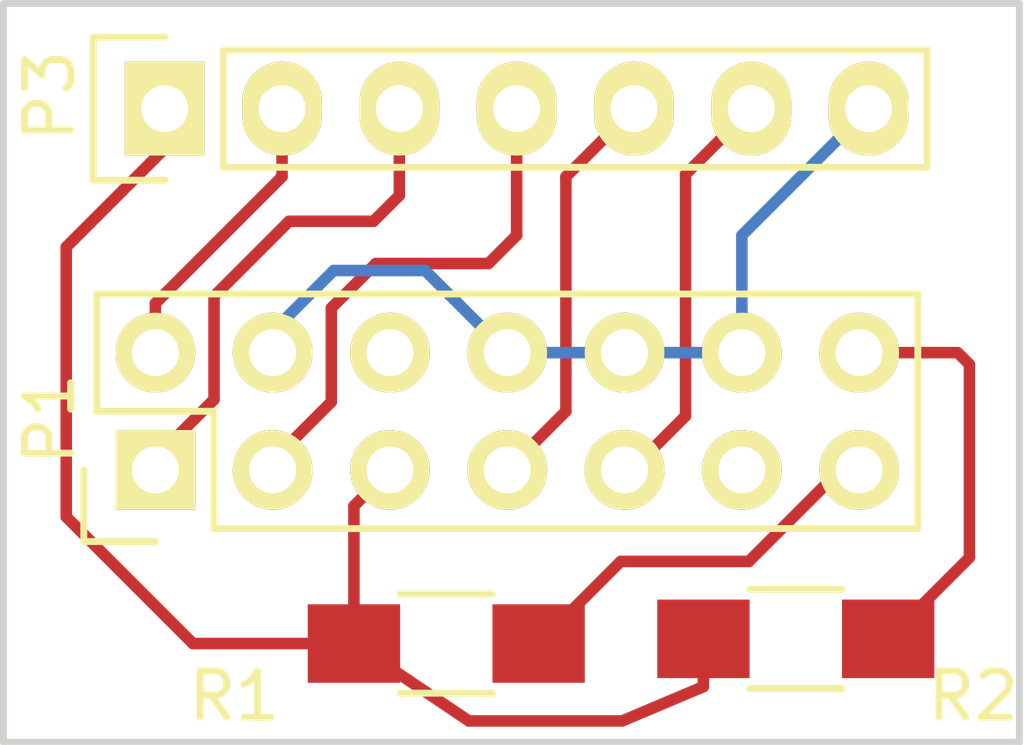
<source format=kicad_pcb>
(kicad_pcb (version 4) (host pcbnew 4.0.6)

  (general
    (links 14)
    (no_connects 0)
    (area 104.924999 47.696707 155.85 95.121801)
    (thickness 1.6)
    (drawings 4)
    (tracks 51)
    (zones 0)
    (modules 4)
    (nets 10)
  )

  (page A4)
  (layers
    (0 F.Cu signal)
    (31 B.Cu signal)
    (32 B.Adhes user)
    (33 F.Adhes user)
    (34 B.Paste user)
    (35 F.Paste user)
    (36 B.SilkS user)
    (37 F.SilkS user)
    (38 B.Mask user)
    (39 F.Mask user)
    (40 Dwgs.User user)
    (41 Cmts.User user)
    (42 Eco1.User user)
    (43 Eco2.User user)
    (44 Edge.Cuts user)
    (45 Margin user)
    (46 B.CrtYd user)
    (47 F.CrtYd user)
    (48 B.Fab user)
    (49 F.Fab user)
  )

  (setup
    (last_trace_width 0.25)
    (trace_clearance 0.2)
    (zone_clearance 0.508)
    (zone_45_only no)
    (trace_min 0.1524)
    (segment_width 0.2)
    (edge_width 0.15)
    (via_size 0.6)
    (via_drill 0.4)
    (via_min_size 0.1524)
    (via_min_drill 0.3)
    (uvia_size 0.3)
    (uvia_drill 0.1)
    (uvias_allowed no)
    (uvia_min_size 0.1524)
    (uvia_min_drill 0.1)
    (pcb_text_width 0.3)
    (pcb_text_size 1.5 1.5)
    (mod_edge_width 0.15)
    (mod_text_size 1 1)
    (mod_text_width 0.15)
    (pad_size 1.524 1.524)
    (pad_drill 0.762)
    (pad_to_mask_clearance 0.2)
    (aux_axis_origin 0 0)
    (visible_elements 7FFFFFFF)
    (pcbplotparams
      (layerselection 0x010f0_80000001)
      (usegerberextensions false)
      (excludeedgelayer true)
      (linewidth 0.100000)
      (plotframeref false)
      (viasonmask false)
      (mode 1)
      (useauxorigin false)
      (hpglpennumber 1)
      (hpglpenspeed 20)
      (hpglpendiameter 15)
      (hpglpenoverlay 2)
      (psnegative false)
      (psa4output false)
      (plotreference true)
      (plotvalue true)
      (plotinvisibletext false)
      (padsonsilk false)
      (subtractmaskfromsilk false)
      (outputformat 1)
      (mirror false)
      (drillshape 0)
      (scaleselection 1)
      (outputdirectory ""))
  )

  (net 0 "")
  (net 1 /TMS)
  (net 2 /Trst)
  (net 3 /TDI)
  (net 4 /TI_GND)
  (net 5 /3v3)
  (net 6 /TDO)
  (net 7 /TCK)
  (net 8 "Net-(P1-Pad13)")
  (net 9 "Net-(P1-Pad14)")

  (net_class Default "This is the default net class."
    (clearance 0.2)
    (trace_width 0.25)
    (via_dia 0.6)
    (via_drill 0.4)
    (uvia_dia 0.3)
    (uvia_drill 0.1)
    (add_net /3v3)
    (add_net /TCK)
    (add_net /TDI)
    (add_net /TDO)
    (add_net /TI_GND)
    (add_net /TMS)
    (add_net /Trst)
    (add_net "Net-(P1-Pad13)")
    (add_net "Net-(P1-Pad14)")
  )

  (module Pin_Headers:Pin_Header_Straight_2x07 (layer F.Cu) (tedit 5AAC30AD) (tstamp 5A8BA1D3)
    (at 107.2896 73.1012 90)
    (descr "Through hole pin header")
    (tags "pin header")
    (path /5A8B99F1)
    (fp_text reference P1 (at 1.1012 -2.2896 90) (layer F.SilkS)
      (effects (font (size 1 1) (thickness 0.15)))
    )
    (fp_text value TI_JTAG (at -3.556 0.1016 180) (layer F.Fab)
      (effects (font (size 1 1) (thickness 0.15)))
    )
    (fp_line (start -1.75 -1.75) (end -1.75 17) (layer F.CrtYd) (width 0.05))
    (fp_line (start 4.3 -1.75) (end 4.3 17) (layer F.CrtYd) (width 0.05))
    (fp_line (start -1.75 -1.75) (end 4.3 -1.75) (layer F.CrtYd) (width 0.05))
    (fp_line (start -1.75 17) (end 4.3 17) (layer F.CrtYd) (width 0.05))
    (fp_line (start 3.81 16.51) (end 3.81 -1.27) (layer F.SilkS) (width 0.15))
    (fp_line (start -1.27 1.27) (end -1.27 16.51) (layer F.SilkS) (width 0.15))
    (fp_line (start 3.81 16.51) (end -1.27 16.51) (layer F.SilkS) (width 0.15))
    (fp_line (start 3.81 -1.27) (end 1.27 -1.27) (layer F.SilkS) (width 0.15))
    (fp_line (start 0 -1.55) (end -1.55 -1.55) (layer F.SilkS) (width 0.15))
    (fp_line (start 1.27 -1.27) (end 1.27 1.27) (layer F.SilkS) (width 0.15))
    (fp_line (start 1.27 1.27) (end -1.27 1.27) (layer F.SilkS) (width 0.15))
    (fp_line (start -1.55 -1.55) (end -1.55 0) (layer F.SilkS) (width 0.15))
    (pad 1 thru_hole rect (at 0 0 90) (size 1.7272 1.7272) (drill 1.016) (layers *.Cu *.Mask F.SilkS)
      (net 1 /TMS))
    (pad 2 thru_hole oval (at 2.54 0 90) (size 1.7272 1.7272) (drill 1.016) (layers *.Cu *.Mask F.SilkS)
      (net 2 /Trst))
    (pad 3 thru_hole oval (at 0 2.54 90) (size 1.7272 1.7272) (drill 1.016) (layers *.Cu *.Mask F.SilkS)
      (net 3 /TDI))
    (pad 4 thru_hole oval (at 2.54 2.54 90) (size 1.7272 1.7272) (drill 1.016) (layers *.Cu *.Mask F.SilkS)
      (net 4 /TI_GND))
    (pad 5 thru_hole oval (at 0 5.08 90) (size 1.7272 1.7272) (drill 1.016) (layers *.Cu *.Mask F.SilkS)
      (net 5 /3v3))
    (pad 6 thru_hole oval (at 2.54 5.08 90) (size 1.7272 1.7272) (drill 1.016) (layers *.Cu *.Mask F.SilkS))
    (pad 7 thru_hole oval (at 0 7.62 90) (size 1.7272 1.7272) (drill 1.016) (layers *.Cu *.Mask F.SilkS)
      (net 6 /TDO))
    (pad 8 thru_hole oval (at 2.54 7.62 90) (size 1.7272 1.7272) (drill 1.016) (layers *.Cu *.Mask F.SilkS)
      (net 4 /TI_GND))
    (pad 9 thru_hole oval (at 0 10.16 90) (size 1.7272 1.7272) (drill 1.016) (layers *.Cu *.Mask F.SilkS)
      (net 7 /TCK))
    (pad 10 thru_hole oval (at 2.54 10.16 90) (size 1.7272 1.7272) (drill 1.016) (layers *.Cu *.Mask F.SilkS)
      (net 4 /TI_GND))
    (pad 11 thru_hole oval (at 0 12.7 90) (size 1.7272 1.7272) (drill 1.016) (layers *.Cu *.Mask F.SilkS))
    (pad 12 thru_hole oval (at 2.54 12.7 90) (size 1.7272 1.7272) (drill 1.016) (layers *.Cu *.Mask F.SilkS)
      (net 4 /TI_GND))
    (pad 13 thru_hole oval (at 0 15.24 90) (size 1.7272 1.7272) (drill 1.016) (layers *.Cu *.Mask F.SilkS)
      (net 8 "Net-(P1-Pad13)"))
    (pad 14 thru_hole oval (at 2.54 15.24 90) (size 1.7272 1.7272) (drill 1.016) (layers *.Cu *.Mask F.SilkS)
      (net 9 "Net-(P1-Pad14)"))
    (model Pin_Headers.3dshapes/Pin_Header_Straight_2x07.wrl
      (at (xyz 0.05 -0.3 0))
      (scale (xyz 1 1 1))
      (rotate (xyz 0 0 90))
    )
  )

  (module Pin_Headers:Pin_Header_Straight_1x07 (layer F.Cu) (tedit 5AAC30AA) (tstamp 5A8BA1F6)
    (at 107.4928 65.278 90)
    (descr "Through hole pin header")
    (tags "pin header")
    (path /5A8B9A62)
    (fp_text reference P3 (at 0.278 -2.4928 90) (layer F.SilkS)
      (effects (font (size 1 1) (thickness 0.15)))
    )
    (fp_text value TI_jtag (at -2.4892 7.2644 180) (layer F.Fab)
      (effects (font (size 1 1) (thickness 0.15)))
    )
    (fp_line (start -1.75 -1.75) (end -1.75 17) (layer F.CrtYd) (width 0.05))
    (fp_line (start 1.75 -1.75) (end 1.75 17) (layer F.CrtYd) (width 0.05))
    (fp_line (start -1.75 -1.75) (end 1.75 -1.75) (layer F.CrtYd) (width 0.05))
    (fp_line (start -1.75 17) (end 1.75 17) (layer F.CrtYd) (width 0.05))
    (fp_line (start 1.27 1.27) (end 1.27 16.51) (layer F.SilkS) (width 0.15))
    (fp_line (start 1.27 16.51) (end -1.27 16.51) (layer F.SilkS) (width 0.15))
    (fp_line (start -1.27 16.51) (end -1.27 1.27) (layer F.SilkS) (width 0.15))
    (fp_line (start 1.55 -1.55) (end 1.55 0) (layer F.SilkS) (width 0.15))
    (fp_line (start 1.27 1.27) (end -1.27 1.27) (layer F.SilkS) (width 0.15))
    (fp_line (start -1.55 0) (end -1.55 -1.55) (layer F.SilkS) (width 0.15))
    (fp_line (start -1.55 -1.55) (end 1.55 -1.55) (layer F.SilkS) (width 0.15))
    (pad 1 thru_hole rect (at 0 0 90) (size 2.032 1.7272) (drill 1.016) (layers *.Cu *.Mask F.SilkS)
      (net 5 /3v3))
    (pad 2 thru_hole oval (at 0 2.54 90) (size 2.032 1.7272) (drill 1.016) (layers *.Cu *.Mask F.SilkS)
      (net 2 /Trst))
    (pad 3 thru_hole oval (at 0 5.08 90) (size 2.032 1.7272) (drill 1.016) (layers *.Cu *.Mask F.SilkS)
      (net 1 /TMS))
    (pad 4 thru_hole oval (at 0 7.62 90) (size 2.032 1.7272) (drill 1.016) (layers *.Cu *.Mask F.SilkS)
      (net 3 /TDI))
    (pad 5 thru_hole oval (at 0 10.16 90) (size 2.032 1.7272) (drill 1.016) (layers *.Cu *.Mask F.SilkS)
      (net 6 /TDO))
    (pad 6 thru_hole oval (at 0 12.7 90) (size 2.032 1.7272) (drill 1.016) (layers *.Cu *.Mask F.SilkS)
      (net 7 /TCK))
    (pad 7 thru_hole oval (at 0 15.24 90) (size 2.032 1.7272) (drill 1.016) (layers *.Cu *.Mask F.SilkS)
      (net 4 /TI_GND))
    (model Pin_Headers.3dshapes/Pin_Header_Straight_1x07.wrl
      (at (xyz 0 -0.3 0))
      (scale (xyz 1 1 1))
      (rotate (xyz 0 0 90))
    )
  )

  (module Resistors_SMD:R_1206_HandSoldering (layer F.Cu) (tedit 5AAC30BA) (tstamp 5A8BA208)
    (at 113.5888 76.8604 180)
    (descr "Resistor SMD 1206, hand soldering")
    (tags "resistor 1206")
    (path /5A8BA244)
    (attr smd)
    (fp_text reference R1 (at 4.5888 -1.1396 180) (layer F.SilkS)
      (effects (font (size 1 1) (thickness 0.15)))
    )
    (fp_text value 4k7 (at -0.4112 1.8604 180) (layer F.Fab)
      (effects (font (size 1 1) (thickness 0.15)))
    )
    (fp_line (start -3.3 -1.2) (end 3.3 -1.2) (layer F.CrtYd) (width 0.05))
    (fp_line (start -3.3 1.2) (end 3.3 1.2) (layer F.CrtYd) (width 0.05))
    (fp_line (start -3.3 -1.2) (end -3.3 1.2) (layer F.CrtYd) (width 0.05))
    (fp_line (start 3.3 -1.2) (end 3.3 1.2) (layer F.CrtYd) (width 0.05))
    (fp_line (start 1 1.075) (end -1 1.075) (layer F.SilkS) (width 0.15))
    (fp_line (start -1 -1.075) (end 1 -1.075) (layer F.SilkS) (width 0.15))
    (pad 1 smd rect (at -2 0 180) (size 2 1.7) (layers F.Cu F.Paste F.Mask)
      (net 8 "Net-(P1-Pad13)"))
    (pad 2 smd rect (at 2 0 180) (size 2 1.7) (layers F.Cu F.Paste F.Mask)
      (net 5 /3v3))
    (model Resistors_SMD.3dshapes/R_1206_HandSoldering.wrl
      (at (xyz 0 0 0))
      (scale (xyz 1 1 1))
      (rotate (xyz 0 0 0))
    )
  )

  (module Resistors_SMD:R_1206_HandSoldering (layer F.Cu) (tedit 5AAC30C0) (tstamp 5A8BA20E)
    (at 121.158 76.7588 180)
    (descr "Resistor SMD 1206, hand soldering")
    (tags "resistor 1206")
    (path /5A8BA271)
    (attr smd)
    (fp_text reference R2 (at -3.842 -1.2412 180) (layer F.SilkS)
      (effects (font (size 1 1) (thickness 0.15)))
    )
    (fp_text value 4k7 (at 0.158 1.7588 180) (layer F.Fab)
      (effects (font (size 1 1) (thickness 0.15)))
    )
    (fp_line (start -3.3 -1.2) (end 3.3 -1.2) (layer F.CrtYd) (width 0.05))
    (fp_line (start -3.3 1.2) (end 3.3 1.2) (layer F.CrtYd) (width 0.05))
    (fp_line (start -3.3 -1.2) (end -3.3 1.2) (layer F.CrtYd) (width 0.05))
    (fp_line (start 3.3 -1.2) (end 3.3 1.2) (layer F.CrtYd) (width 0.05))
    (fp_line (start 1 1.075) (end -1 1.075) (layer F.SilkS) (width 0.15))
    (fp_line (start -1 -1.075) (end 1 -1.075) (layer F.SilkS) (width 0.15))
    (pad 1 smd rect (at -2 0 180) (size 2 1.7) (layers F.Cu F.Paste F.Mask)
      (net 9 "Net-(P1-Pad14)"))
    (pad 2 smd rect (at 2 0 180) (size 2 1.7) (layers F.Cu F.Paste F.Mask)
      (net 5 /3v3))
    (model Resistors_SMD.3dshapes/R_1206_HandSoldering.wrl
      (at (xyz 0 0 0))
      (scale (xyz 1 1 1))
      (rotate (xyz 0 0 0))
    )
  )

  (gr_line (start 126 79) (end 126 63) (angle 90) (layer Edge.Cuts) (width 0.15))
  (gr_line (start 104 79) (end 126 79) (angle 90) (layer Edge.Cuts) (width 0.15))
  (gr_line (start 104 63) (end 104 79) (angle 90) (layer Edge.Cuts) (width 0.15))
  (gr_line (start 126 63) (end 104 63) (angle 90) (layer Edge.Cuts) (width 0.15))

  (segment (start 107.2896 73.1012) (end 107.2896 72.8472) (width 0.25) (layer F.Cu) (net 1))
  (segment (start 107.2896 72.8472) (end 108.5596 71.5772) (width 0.25) (layer F.Cu) (net 1) (tstamp 5AAC30AB))
  (segment (start 108.5596 71.5772) (end 108.5596 69.342) (width 0.25) (layer F.Cu) (net 1) (tstamp 5AAC30AC))
  (segment (start 108.5596 69.342) (end 110.1852 67.7164) (width 0.25) (layer F.Cu) (net 1) (tstamp 5AAC30AE))
  (segment (start 110.1852 67.7164) (end 112.014 67.7164) (width 0.25) (layer F.Cu) (net 1) (tstamp 5AAC30AF))
  (segment (start 112.014 67.7164) (end 112.5728 67.1576) (width 0.25) (layer F.Cu) (net 1) (tstamp 5AAC30B1))
  (segment (start 112.5728 67.1576) (end 112.5728 65.278) (width 0.25) (layer F.Cu) (net 1) (tstamp 5AAC30B2))
  (segment (start 107.2896 70.5612) (end 107.2896 69.4944) (width 0.25) (layer F.Cu) (net 2))
  (segment (start 110.0328 66.7512) (end 110.0328 65.278) (width 0.25) (layer F.Cu) (net 2) (tstamp 5AAC30B7))
  (segment (start 107.2896 69.4944) (end 110.0328 66.7512) (width 0.25) (layer F.Cu) (net 2) (tstamp 5AAC30B5))
  (segment (start 109.8296 73.1012) (end 109.8296 72.898) (width 0.25) (layer F.Cu) (net 3))
  (segment (start 109.8296 72.898) (end 111.0996 71.628) (width 0.25) (layer F.Cu) (net 3) (tstamp 5AAC30A1))
  (segment (start 111.0996 71.628) (end 111.0996 69.596) (width 0.25) (layer F.Cu) (net 3) (tstamp 5AAC30A2))
  (segment (start 111.0996 69.596) (end 112.0648 68.6308) (width 0.25) (layer F.Cu) (net 3) (tstamp 5AAC30A4))
  (segment (start 112.0648 68.6308) (end 114.5032 68.6308) (width 0.25) (layer F.Cu) (net 3) (tstamp 5AAC30A6))
  (segment (start 114.5032 68.6308) (end 115.1128 68.0212) (width 0.25) (layer F.Cu) (net 3) (tstamp 5AAC30A7))
  (segment (start 115.1128 68.0212) (end 115.1128 65.278) (width 0.25) (layer F.Cu) (net 3) (tstamp 5AAC30A8))
  (segment (start 119.9896 70.5612) (end 119.9896 68.0212) (width 0.25) (layer B.Cu) (net 4))
  (segment (start 119.9896 68.0212) (end 122.7328 65.278) (width 0.25) (layer B.Cu) (net 4) (tstamp 5AAC30CE))
  (segment (start 117.4496 70.5612) (end 119.9896 70.5612) (width 0.25) (layer B.Cu) (net 4))
  (segment (start 114.9096 70.5612) (end 117.4496 70.5612) (width 0.25) (layer B.Cu) (net 4))
  (segment (start 109.8296 70.5612) (end 109.8296 70.104) (width 0.25) (layer B.Cu) (net 4))
  (segment (start 109.8296 70.104) (end 111.1504 68.7832) (width 0.25) (layer B.Cu) (net 4) (tstamp 5AAC30C3))
  (segment (start 111.1504 68.7832) (end 113.1316 68.7832) (width 0.25) (layer B.Cu) (net 4) (tstamp 5AAC30C4))
  (segment (start 113.1316 68.7832) (end 114.9096 70.5612) (width 0.25) (layer B.Cu) (net 4) (tstamp 5AAC30C6))
  (segment (start 107.4928 65.278) (end 107.4928 66.1416) (width 0.25) (layer F.Cu) (net 5))
  (segment (start 107.4928 66.1416) (end 105.3592 68.2752) (width 0.25) (layer F.Cu) (net 5) (tstamp 5AAC30BB))
  (segment (start 105.3592 68.2752) (end 105.3592 74.1172) (width 0.25) (layer F.Cu) (net 5) (tstamp 5AAC30BC))
  (segment (start 105.3592 74.1172) (end 108.1024 76.8604) (width 0.25) (layer F.Cu) (net 5) (tstamp 5AAC30BE))
  (segment (start 108.1024 76.8604) (end 111.5888 76.8604) (width 0.25) (layer F.Cu) (net 5) (tstamp 5AAC30BF))
  (segment (start 111.5888 76.8604) (end 111.5888 73.882) (width 0.25) (layer F.Cu) (net 5))
  (segment (start 111.5888 73.882) (end 112.3696 73.1012) (width 0.25) (layer F.Cu) (net 5) (tstamp 5AAC3089))
  (segment (start 119.158 76.7588) (end 119.158 77.7936) (width 0.25) (layer F.Cu) (net 5))
  (segment (start 114.078 78.5368) (end 111.5888 76.8604) (width 0.25) (layer F.Cu) (net 5) (tstamp 5AAC3085))
  (segment (start 117.3988 78.5368) (end 114.078 78.5368) (width 0.25) (layer F.Cu) (net 5) (tstamp 5AAC3083))
  (segment (start 119.158 77.7936) (end 117.3988 78.5368) (width 0.25) (layer F.Cu) (net 5) (tstamp 5AAC3081))
  (segment (start 114.9096 73.1012) (end 116.1796 71.8312) (width 0.25) (layer F.Cu) (net 6))
  (segment (start 116.1796 66.7512) (end 117.6528 65.278) (width 0.25) (layer F.Cu) (net 6) (tstamp 5AAC309D))
  (segment (start 116.1796 71.8312) (end 116.1796 66.7512) (width 0.25) (layer F.Cu) (net 6) (tstamp 5AAC309C))
  (segment (start 117.4496 73.1012) (end 117.602 73.1012) (width 0.25) (layer F.Cu) (net 7))
  (segment (start 117.602 73.1012) (end 118.7704 71.9328) (width 0.25) (layer F.Cu) (net 7) (tstamp 5AAC3095))
  (segment (start 118.7704 71.9328) (end 118.7704 66.7004) (width 0.25) (layer F.Cu) (net 7) (tstamp 5AAC3096))
  (segment (start 118.7704 66.7004) (end 120.1928 65.278) (width 0.25) (layer F.Cu) (net 7) (tstamp 5AAC3098))
  (segment (start 122.5296 73.1012) (end 122.1232 73.1012) (width 0.25) (layer F.Cu) (net 8))
  (segment (start 122.1232 73.1012) (end 120.142 75.0824) (width 0.25) (layer F.Cu) (net 8) (tstamp 5AAC307A))
  (segment (start 120.142 75.0824) (end 117.3668 75.0824) (width 0.25) (layer F.Cu) (net 8) (tstamp 5AAC307B))
  (segment (start 117.3668 75.0824) (end 115.5888 76.8604) (width 0.25) (layer F.Cu) (net 8) (tstamp 5AAC307D))
  (segment (start 122.5296 70.5612) (end 124.6632 70.5612) (width 0.25) (layer F.Cu) (net 9))
  (segment (start 124.9172 74.9996) (end 123.158 76.7588) (width 0.25) (layer F.Cu) (net 9) (tstamp 5AAC3076))
  (segment (start 124.9172 70.8152) (end 124.9172 74.9996) (width 0.25) (layer F.Cu) (net 9) (tstamp 5AAC3075))
  (segment (start 124.6632 70.5612) (end 124.9172 70.8152) (width 0.25) (layer F.Cu) (net 9) (tstamp 5AAC3074))

)

</source>
